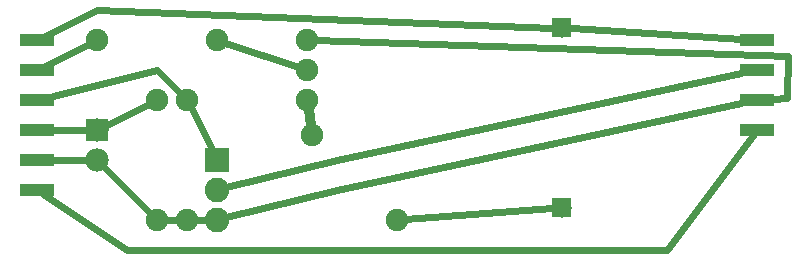
<source format=gbl>
G04 MADE WITH FRITZING*
G04 WWW.FRITZING.ORG*
G04 DOUBLE SIDED*
G04 HOLES PLATED*
G04 CONTOUR ON CENTER OF CONTOUR VECTOR*
%ASAXBY*%
%FSLAX23Y23*%
%MOIN*%
%OFA0B0*%
%SFA1.0B1.0*%
%ADD10C,0.065000*%
%ADD11C,0.075000*%
%ADD12C,0.078000*%
%ADD13C,0.082000*%
%ADD14R,0.078000X0.078000*%
%ADD15R,0.082000X0.082000*%
%ADD16R,0.118110X0.039370*%
%ADD17C,0.024000*%
%ADD18C,0.032000*%
%ADD19R,0.001000X0.001000*%
%LNCOPPER0*%
G90*
G70*
G54D10*
X1888Y809D03*
X1888Y209D03*
G54D11*
X1039Y569D03*
X1039Y669D03*
X1039Y769D03*
X339Y769D03*
X739Y769D03*
G54D12*
X339Y469D03*
X339Y369D03*
G54D13*
X739Y369D03*
X739Y269D03*
X739Y169D03*
G54D11*
X639Y569D03*
X639Y169D03*
X539Y169D03*
X539Y569D03*
X1339Y169D03*
X1056Y452D03*
G54D14*
X339Y469D03*
G54D15*
X739Y369D03*
G54D16*
X139Y569D03*
X139Y669D03*
X139Y769D03*
X139Y469D03*
X139Y369D03*
X139Y269D03*
X2539Y469D03*
X2539Y569D03*
X2539Y669D03*
X2539Y769D03*
G54D17*
X1921Y807D02*
X2485Y772D01*
D02*
X192Y369D02*
X309Y369D01*
D02*
X518Y189D02*
X360Y348D01*
D02*
X192Y582D02*
X539Y669D01*
D02*
X539Y669D02*
X618Y589D01*
D02*
X160Y255D02*
X438Y68D01*
D02*
X438Y68D02*
X2238Y68D01*
D02*
X2238Y68D02*
X2528Y455D01*
G54D18*
D02*
X1044Y535D02*
X1051Y486D01*
G54D17*
D02*
X167Y683D02*
X313Y756D01*
D02*
X366Y483D02*
X513Y556D01*
D02*
X167Y783D02*
X338Y870D01*
D02*
X338Y870D02*
X1854Y810D01*
D02*
X1012Y678D02*
X766Y760D01*
D02*
X192Y469D02*
X309Y469D01*
D02*
X567Y169D02*
X610Y169D01*
D02*
X707Y169D02*
X667Y169D01*
D02*
X2485Y558D02*
X1139Y269D01*
D02*
X1139Y269D02*
X770Y177D01*
D02*
X1854Y207D02*
X1367Y171D01*
D02*
X652Y544D02*
X724Y398D01*
D02*
X1067Y768D02*
X2642Y715D01*
D02*
X2642Y715D02*
X2640Y575D01*
D02*
X2640Y575D02*
X2592Y572D01*
D02*
X2485Y658D02*
X1139Y370D01*
D02*
X1139Y370D02*
X770Y277D01*
G54D19*
X1855Y842D02*
X1919Y842D01*
X1855Y841D02*
X1919Y841D01*
X1855Y840D02*
X1919Y840D01*
X1855Y839D02*
X1919Y839D01*
X1855Y838D02*
X1919Y838D01*
X1855Y837D02*
X1919Y837D01*
X1855Y836D02*
X1919Y836D01*
X1855Y835D02*
X1919Y835D01*
X1855Y834D02*
X1919Y834D01*
X1855Y833D02*
X1919Y833D01*
X1855Y832D02*
X1884Y832D01*
X1890Y832D02*
X1919Y832D01*
X1855Y831D02*
X1880Y831D01*
X1894Y831D02*
X1919Y831D01*
X1855Y830D02*
X1877Y830D01*
X1897Y830D02*
X1919Y830D01*
X1855Y829D02*
X1875Y829D01*
X1899Y829D02*
X1919Y829D01*
X1855Y828D02*
X1874Y828D01*
X1901Y828D02*
X1919Y828D01*
X1855Y827D02*
X1872Y827D01*
X1902Y827D02*
X1919Y827D01*
X1855Y826D02*
X1871Y826D01*
X1903Y826D02*
X1919Y826D01*
X1855Y825D02*
X1870Y825D01*
X1904Y825D02*
X1919Y825D01*
X1855Y824D02*
X1869Y824D01*
X1905Y824D02*
X1919Y824D01*
X1855Y823D02*
X1869Y823D01*
X1906Y823D02*
X1919Y823D01*
X1855Y822D02*
X1868Y822D01*
X1906Y822D02*
X1919Y822D01*
X1855Y821D02*
X1867Y821D01*
X1907Y821D02*
X1919Y821D01*
X1855Y820D02*
X1867Y820D01*
X1907Y820D02*
X1919Y820D01*
X1855Y819D02*
X1866Y819D01*
X1908Y819D02*
X1919Y819D01*
X1855Y818D02*
X1866Y818D01*
X1908Y818D02*
X1919Y818D01*
X1855Y817D02*
X1865Y817D01*
X1909Y817D02*
X1919Y817D01*
X1855Y816D02*
X1865Y816D01*
X1909Y816D02*
X1919Y816D01*
X1855Y815D02*
X1865Y815D01*
X1909Y815D02*
X1919Y815D01*
X1855Y814D02*
X1865Y814D01*
X1910Y814D02*
X1919Y814D01*
X1855Y813D02*
X1864Y813D01*
X1910Y813D02*
X1919Y813D01*
X1855Y812D02*
X1864Y812D01*
X1910Y812D02*
X1919Y812D01*
X1855Y811D02*
X1864Y811D01*
X1910Y811D02*
X1919Y811D01*
X1855Y810D02*
X1864Y810D01*
X1910Y810D02*
X1919Y810D01*
X1855Y809D02*
X1864Y809D01*
X1910Y809D02*
X1919Y809D01*
X1855Y808D02*
X1864Y808D01*
X1910Y808D02*
X1919Y808D01*
X1855Y807D02*
X1864Y807D01*
X1910Y807D02*
X1919Y807D01*
X1855Y806D02*
X1864Y806D01*
X1910Y806D02*
X1919Y806D01*
X1855Y805D02*
X1865Y805D01*
X1910Y805D02*
X1919Y805D01*
X1855Y804D02*
X1865Y804D01*
X1909Y804D02*
X1919Y804D01*
X1855Y803D02*
X1865Y803D01*
X1909Y803D02*
X1919Y803D01*
X1855Y802D02*
X1866Y802D01*
X1909Y802D02*
X1919Y802D01*
X1855Y801D02*
X1866Y801D01*
X1908Y801D02*
X1919Y801D01*
X1855Y800D02*
X1866Y800D01*
X1908Y800D02*
X1919Y800D01*
X1855Y799D02*
X1867Y799D01*
X1907Y799D02*
X1919Y799D01*
X1855Y798D02*
X1867Y798D01*
X1907Y798D02*
X1919Y798D01*
X1855Y797D02*
X1868Y797D01*
X1906Y797D02*
X1919Y797D01*
X1855Y796D02*
X1869Y796D01*
X1905Y796D02*
X1919Y796D01*
X1855Y795D02*
X1870Y795D01*
X1905Y795D02*
X1919Y795D01*
X1855Y794D02*
X1871Y794D01*
X1904Y794D02*
X1919Y794D01*
X1855Y793D02*
X1872Y793D01*
X1903Y793D02*
X1919Y793D01*
X1855Y792D02*
X1873Y792D01*
X1901Y792D02*
X1919Y792D01*
X1855Y791D02*
X1874Y791D01*
X1900Y791D02*
X1919Y791D01*
X1855Y790D02*
X1876Y790D01*
X1898Y790D02*
X1919Y790D01*
X1855Y789D02*
X1878Y789D01*
X1896Y789D02*
X1919Y789D01*
X1855Y788D02*
X1881Y788D01*
X1893Y788D02*
X1919Y788D01*
X1855Y787D02*
X1919Y787D01*
X1855Y786D02*
X1919Y786D01*
X1855Y785D02*
X1919Y785D01*
X1855Y784D02*
X1919Y784D01*
X1855Y783D02*
X1919Y783D01*
X1855Y782D02*
X1919Y782D01*
X1855Y781D02*
X1919Y781D01*
X1855Y780D02*
X1919Y780D01*
X1855Y779D02*
X1919Y779D01*
X1855Y778D02*
X1919Y778D01*
X1855Y242D02*
X1919Y242D01*
X1855Y241D02*
X1919Y241D01*
X1855Y240D02*
X1919Y240D01*
X1855Y239D02*
X1919Y239D01*
X1855Y238D02*
X1919Y238D01*
X1855Y237D02*
X1919Y237D01*
X1855Y236D02*
X1919Y236D01*
X1855Y235D02*
X1919Y235D01*
X1855Y234D02*
X1919Y234D01*
X1855Y233D02*
X1919Y233D01*
X1855Y232D02*
X1881Y232D01*
X1893Y232D02*
X1919Y232D01*
X1855Y231D02*
X1878Y231D01*
X1896Y231D02*
X1919Y231D01*
X1855Y230D02*
X1876Y230D01*
X1898Y230D02*
X1919Y230D01*
X1855Y229D02*
X1874Y229D01*
X1900Y229D02*
X1919Y229D01*
X1855Y228D02*
X1873Y228D01*
X1901Y228D02*
X1919Y228D01*
X1855Y227D02*
X1872Y227D01*
X1903Y227D02*
X1919Y227D01*
X1855Y226D02*
X1871Y226D01*
X1904Y226D02*
X1919Y226D01*
X1855Y225D02*
X1870Y225D01*
X1904Y225D02*
X1919Y225D01*
X1855Y224D02*
X1869Y224D01*
X1905Y224D02*
X1919Y224D01*
X1855Y223D02*
X1868Y223D01*
X1906Y223D02*
X1919Y223D01*
X1855Y222D02*
X1868Y222D01*
X1907Y222D02*
X1919Y222D01*
X1855Y221D02*
X1867Y221D01*
X1907Y221D02*
X1919Y221D01*
X1855Y220D02*
X1866Y220D01*
X1908Y220D02*
X1919Y220D01*
X1855Y219D02*
X1866Y219D01*
X1908Y219D02*
X1919Y219D01*
X1855Y218D02*
X1866Y218D01*
X1909Y218D02*
X1919Y218D01*
X1855Y217D02*
X1865Y217D01*
X1909Y217D02*
X1919Y217D01*
X1855Y216D02*
X1865Y216D01*
X1909Y216D02*
X1919Y216D01*
X1855Y215D02*
X1865Y215D01*
X1910Y215D02*
X1919Y215D01*
X1855Y214D02*
X1864Y214D01*
X1910Y214D02*
X1919Y214D01*
X1855Y213D02*
X1864Y213D01*
X1910Y213D02*
X1919Y213D01*
X1855Y212D02*
X1864Y212D01*
X1910Y212D02*
X1919Y212D01*
X1855Y211D02*
X1864Y211D01*
X1910Y211D02*
X1919Y211D01*
X1855Y210D02*
X1864Y210D01*
X1910Y210D02*
X1919Y210D01*
X1855Y209D02*
X1864Y209D01*
X1910Y209D02*
X1919Y209D01*
X1855Y208D02*
X1864Y208D01*
X1910Y208D02*
X1919Y208D01*
X1855Y207D02*
X1864Y207D01*
X1910Y207D02*
X1919Y207D01*
X1855Y206D02*
X1865Y206D01*
X1910Y206D02*
X1919Y206D01*
X1855Y205D02*
X1865Y205D01*
X1909Y205D02*
X1919Y205D01*
X1855Y204D02*
X1865Y204D01*
X1909Y204D02*
X1919Y204D01*
X1855Y203D02*
X1865Y203D01*
X1909Y203D02*
X1919Y203D01*
X1855Y202D02*
X1866Y202D01*
X1908Y202D02*
X1919Y202D01*
X1855Y201D02*
X1866Y201D01*
X1908Y201D02*
X1919Y201D01*
X1855Y200D02*
X1867Y200D01*
X1908Y200D02*
X1919Y200D01*
X1855Y199D02*
X1867Y199D01*
X1907Y199D02*
X1919Y199D01*
X1855Y198D02*
X1868Y198D01*
X1906Y198D02*
X1919Y198D01*
X1855Y197D02*
X1869Y197D01*
X1906Y197D02*
X1919Y197D01*
X1855Y196D02*
X1869Y196D01*
X1905Y196D02*
X1919Y196D01*
X1855Y195D02*
X1870Y195D01*
X1904Y195D02*
X1919Y195D01*
X1855Y194D02*
X1871Y194D01*
X1903Y194D02*
X1919Y194D01*
X1855Y193D02*
X1872Y193D01*
X1902Y193D02*
X1919Y193D01*
X1855Y192D02*
X1874Y192D01*
X1901Y192D02*
X1919Y192D01*
X1855Y191D02*
X1875Y191D01*
X1899Y191D02*
X1919Y191D01*
X1855Y190D02*
X1877Y190D01*
X1897Y190D02*
X1919Y190D01*
X1855Y189D02*
X1880Y189D01*
X1895Y189D02*
X1919Y189D01*
X1855Y188D02*
X1884Y188D01*
X1890Y188D02*
X1919Y188D01*
X1855Y187D02*
X1919Y187D01*
X1855Y186D02*
X1919Y186D01*
X1855Y185D02*
X1919Y185D01*
X1855Y184D02*
X1919Y184D01*
X1855Y183D02*
X1919Y183D01*
X1855Y182D02*
X1919Y182D01*
X1855Y181D02*
X1919Y181D01*
X1855Y180D02*
X1919Y180D01*
X1855Y179D02*
X1919Y179D01*
X1855Y178D02*
X1919Y178D01*
D02*
G04 End of Copper0*
M02*
</source>
